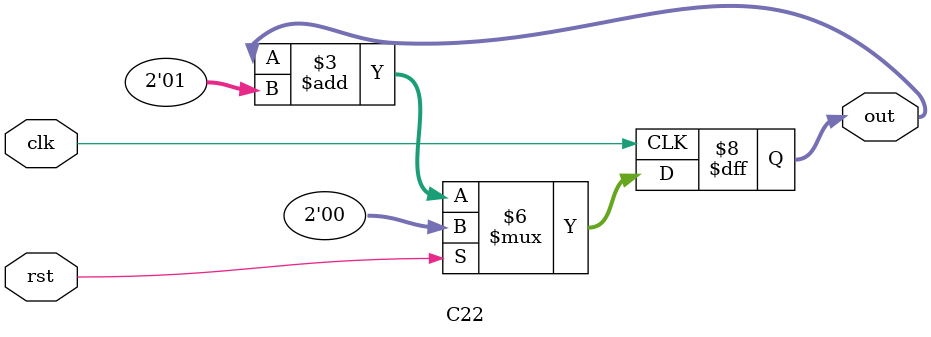
<source format=v>
`timescale 1ns / 1ps

module C22(clk, rst, out);
input clk, rst;
output [1:0] out;
reg[1:0] out;

initial out = 2'b00;

always @(posedge clk)begin

if(rst == 1'b1) out = 2'b00;

else out = out + 2'b01;

end

endmodule

</source>
